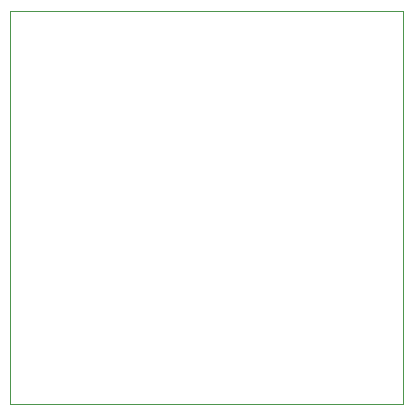
<source format=gbr>
%TF.GenerationSoftware,KiCad,Pcbnew,7.0.6*%
%TF.CreationDate,2023-11-27T13:38:28-05:00*%
%TF.ProjectId,AudioAdder,41756469-6f41-4646-9465-722e6b696361,2*%
%TF.SameCoordinates,Original*%
%TF.FileFunction,Profile,NP*%
%FSLAX46Y46*%
G04 Gerber Fmt 4.6, Leading zero omitted, Abs format (unit mm)*
G04 Created by KiCad (PCBNEW 7.0.6) date 2023-11-27 13:38:28*
%MOMM*%
%LPD*%
G01*
G04 APERTURE LIST*
%TA.AperFunction,Profile*%
%ADD10C,0.100000*%
%TD*%
G04 APERTURE END LIST*
D10*
X135890000Y-85344000D02*
X169164000Y-85344000D01*
X169164000Y-118618000D01*
X135890000Y-118618000D01*
X135890000Y-85344000D01*
M02*

</source>
